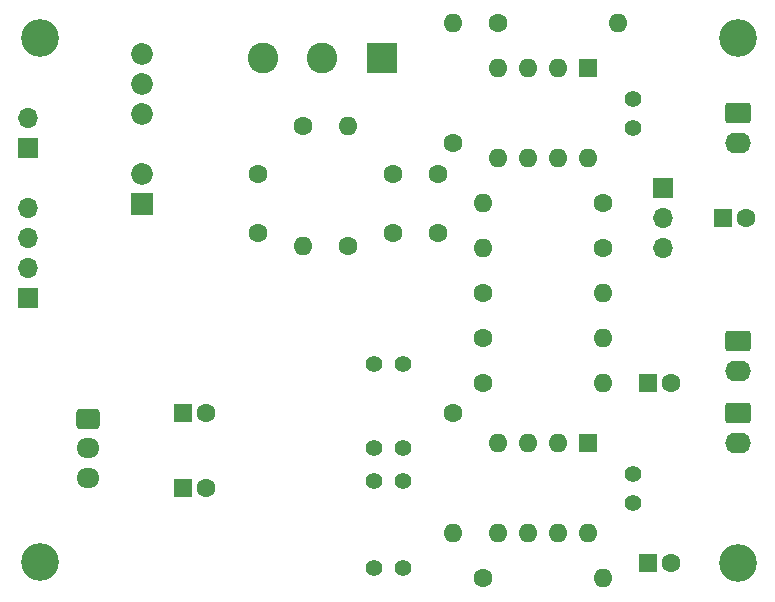
<source format=gbs>
G04 #@! TF.GenerationSoftware,KiCad,Pcbnew,(6.0.0)*
G04 #@! TF.CreationDate,2022-02-13T20:01:41+01:00*
G04 #@! TF.ProjectId,VolumeControl,566f6c75-6d65-4436-9f6e-74726f6c2e6b,rev?*
G04 #@! TF.SameCoordinates,Original*
G04 #@! TF.FileFunction,Soldermask,Bot*
G04 #@! TF.FilePolarity,Negative*
%FSLAX46Y46*%
G04 Gerber Fmt 4.6, Leading zero omitted, Abs format (unit mm)*
G04 Created by KiCad (PCBNEW (6.0.0)) date 2022-02-13 20:01:41*
%MOMM*%
%LPD*%
G01*
G04 APERTURE LIST*
G04 Aperture macros list*
%AMRoundRect*
0 Rectangle with rounded corners*
0 $1 Rounding radius*
0 $2 $3 $4 $5 $6 $7 $8 $9 X,Y pos of 4 corners*
0 Add a 4 corners polygon primitive as box body*
4,1,4,$2,$3,$4,$5,$6,$7,$8,$9,$2,$3,0*
0 Add four circle primitives for the rounded corners*
1,1,$1+$1,$2,$3*
1,1,$1+$1,$4,$5*
1,1,$1+$1,$6,$7*
1,1,$1+$1,$8,$9*
0 Add four rect primitives between the rounded corners*
20,1,$1+$1,$2,$3,$4,$5,0*
20,1,$1+$1,$4,$5,$6,$7,0*
20,1,$1+$1,$6,$7,$8,$9,0*
20,1,$1+$1,$8,$9,$2,$3,0*%
G04 Aperture macros list end*
%ADD10O,1.600000X1.600000*%
%ADD11R,1.600000X1.600000*%
%ADD12C,1.400000*%
%ADD13C,1.600000*%
%ADD14R,1.700000X1.700000*%
%ADD15O,1.700000X1.700000*%
%ADD16RoundRect,0.250000X-0.725000X0.600000X-0.725000X-0.600000X0.725000X-0.600000X0.725000X0.600000X0*%
%ADD17O,1.950000X1.700000*%
%ADD18RoundRect,0.250000X-0.845000X0.620000X-0.845000X-0.620000X0.845000X-0.620000X0.845000X0.620000X0*%
%ADD19O,2.190000X1.740000*%
%ADD20C,3.200000*%
%ADD21R,1.850000X1.850000*%
%ADD22C,1.850000*%
%ADD23R,2.600000X2.600000*%
%ADD24C,2.600000*%
G04 APERTURE END LIST*
D10*
G04 #@! TO.C,U3*
X75282000Y-60520000D03*
X72742000Y-60520000D03*
X70202000Y-60520000D03*
X67662000Y-60520000D03*
X67662000Y-52900000D03*
X70202000Y-52900000D03*
X72742000Y-52900000D03*
D11*
X75282000Y-52900000D03*
G04 #@! TD*
D12*
G04 #@! TO.C,C13*
X59670000Y-46228000D03*
X57170000Y-46228000D03*
G04 #@! TD*
D13*
G04 #@! TO.C,R8*
X66392000Y-64330000D03*
D10*
X76552000Y-64330000D03*
G04 #@! TD*
D14*
G04 #@! TO.C,JP1*
X81632000Y-31325000D03*
D15*
X81632000Y-33865000D03*
X81632000Y-36405000D03*
G04 #@! TD*
D12*
G04 #@! TO.C,C3*
X59670000Y-53340000D03*
X57170000Y-53340000D03*
G04 #@! TD*
D13*
G04 #@! TO.C,R10*
X76552000Y-36390000D03*
D10*
X66392000Y-36390000D03*
G04 #@! TD*
D13*
G04 #@! TO.C,R6*
X66392000Y-44010000D03*
D10*
X76552000Y-44010000D03*
G04 #@! TD*
D13*
G04 #@! TO.C,R14*
X67662000Y-17340000D03*
D10*
X77822000Y-17340000D03*
G04 #@! TD*
D11*
G04 #@! TO.C,C6*
X80362000Y-47820000D03*
D13*
X82362000Y-47820000D03*
G04 #@! TD*
D16*
G04 #@! TO.C,J1*
X33020000Y-50840000D03*
D17*
X33020000Y-53340000D03*
X33020000Y-55840000D03*
G04 #@! TD*
D14*
G04 #@! TO.C,J4*
X27940000Y-27940000D03*
D15*
X27940000Y-25400000D03*
G04 #@! TD*
D14*
G04 #@! TO.C,J2*
X27940000Y-40640000D03*
D15*
X27940000Y-38100000D03*
X27940000Y-35560000D03*
X27940000Y-33020000D03*
G04 #@! TD*
D18*
G04 #@! TO.C,J7*
X87982000Y-24960000D03*
D19*
X87982000Y-27500000D03*
G04 #@! TD*
D18*
G04 #@! TO.C,J5*
X87982000Y-50360000D03*
D19*
X87982000Y-52900000D03*
G04 #@! TD*
D12*
G04 #@! TO.C,C12*
X59670000Y-56134000D03*
X57170000Y-56134000D03*
G04 #@! TD*
D11*
G04 #@! TO.C,C5*
X80362000Y-63060000D03*
D13*
X82362000Y-63060000D03*
G04 #@! TD*
G04 #@! TO.C,C8*
X47342000Y-30080000D03*
X47342000Y-35080000D03*
G04 #@! TD*
G04 #@! TO.C,R15*
X63852000Y-27500000D03*
D10*
X63852000Y-17340000D03*
G04 #@! TD*
D13*
G04 #@! TO.C,C14*
X62582000Y-35120000D03*
X62582000Y-30120000D03*
G04 #@! TD*
D11*
G04 #@! TO.C,U4*
X75272000Y-21160000D03*
D10*
X72732000Y-21160000D03*
X70192000Y-21160000D03*
X67652000Y-21160000D03*
X67652000Y-28780000D03*
X70192000Y-28780000D03*
X72732000Y-28780000D03*
X75272000Y-28780000D03*
G04 #@! TD*
D11*
G04 #@! TO.C,C1*
X40992000Y-56710000D03*
D13*
X42992000Y-56710000D03*
G04 #@! TD*
D11*
G04 #@! TO.C,C2*
X40992000Y-50360000D03*
D13*
X42992000Y-50360000D03*
G04 #@! TD*
G04 #@! TO.C,R11*
X66392000Y-40200000D03*
D10*
X76552000Y-40200000D03*
G04 #@! TD*
D12*
G04 #@! TO.C,C4*
X59690000Y-63500000D03*
X57190000Y-63500000D03*
G04 #@! TD*
D13*
G04 #@! TO.C,R12*
X54962000Y-36195000D03*
D10*
X54962000Y-26035000D03*
G04 #@! TD*
D20*
G04 #@! TO.C,Ref\u002A\u002A*
X87982000Y-63060000D03*
G04 #@! TD*
D13*
G04 #@! TO.C,R16*
X76552000Y-32580000D03*
D10*
X66392000Y-32580000D03*
G04 #@! TD*
D18*
G04 #@! TO.C,J6*
X87982000Y-44264000D03*
D19*
X87982000Y-46804000D03*
G04 #@! TD*
D13*
G04 #@! TO.C,R13*
X51152000Y-26035000D03*
D10*
X51152000Y-36195000D03*
G04 #@! TD*
D13*
G04 #@! TO.C,R5*
X63852000Y-50360000D03*
D10*
X63852000Y-60520000D03*
G04 #@! TD*
D20*
G04 #@! TO.C,REF\u002A\u002A*
X28956000Y-62992000D03*
G04 #@! TD*
G04 #@! TO.C,REF\u002A\u002A*
X87982000Y-18610000D03*
G04 #@! TD*
G04 #@! TO.C,REF\u002A\u002A*
X28956000Y-18610000D03*
G04 #@! TD*
D12*
G04 #@! TO.C,C9*
X79092000Y-57980000D03*
X79092000Y-55480000D03*
G04 #@! TD*
D13*
G04 #@! TO.C,R9*
X66392000Y-47820000D03*
D10*
X76552000Y-47820000D03*
G04 #@! TD*
D13*
G04 #@! TO.C,C7*
X58772000Y-35080000D03*
X58772000Y-30080000D03*
G04 #@! TD*
D21*
G04 #@! TO.C,PS1*
X37524000Y-32610000D03*
D22*
X37524000Y-30070000D03*
X37524000Y-24990000D03*
X37524000Y-22450000D03*
X37524000Y-19910000D03*
G04 #@! TD*
D11*
G04 #@! TO.C,C10*
X86712000Y-33850000D03*
D13*
X88712000Y-33850000D03*
G04 #@! TD*
D23*
G04 #@! TO.C,J3*
X57832000Y-20312000D03*
D24*
X52832000Y-20312000D03*
X47832000Y-20312000D03*
G04 #@! TD*
D12*
G04 #@! TO.C,C11*
X79092000Y-26230000D03*
X79092000Y-23730000D03*
G04 #@! TD*
M02*

</source>
